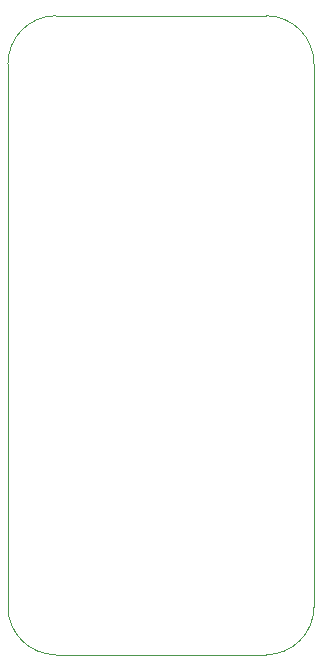
<source format=gbr>
G04 #@! TF.GenerationSoftware,KiCad,Pcbnew,(5.1.6)-1*
G04 #@! TF.CreationDate,2021-01-24T21:52:35-08:00*
G04 #@! TF.ProjectId,infrared_remote,696e6672-6172-4656-945f-72656d6f7465,rev?*
G04 #@! TF.SameCoordinates,Original*
G04 #@! TF.FileFunction,Profile,NP*
%FSLAX46Y46*%
G04 Gerber Fmt 4.6, Leading zero omitted, Abs format (unit mm)*
G04 Created by KiCad (PCBNEW (5.1.6)-1) date 2021-01-24 21:52:35*
%MOMM*%
%LPD*%
G01*
G04 APERTURE LIST*
G04 #@! TA.AperFunction,Profile*
%ADD10C,0.050000*%
G04 #@! TD*
G04 APERTURE END LIST*
D10*
X82804000Y-41656000D02*
X82804000Y-87630000D01*
X108712000Y-87630000D02*
X108712000Y-41656000D01*
X108712000Y-87630000D02*
G75*
G02*
X104648000Y-91694000I-4064000J0D01*
G01*
X86868000Y-91694000D02*
G75*
G02*
X82804000Y-87630000I0J4064000D01*
G01*
X104648000Y-91694000D02*
X86868000Y-91694000D01*
X82804000Y-41656000D02*
G75*
G02*
X86868000Y-37592000I4064000J0D01*
G01*
X104648000Y-37592000D02*
G75*
G02*
X108712000Y-41656000I0J-4064000D01*
G01*
X86868000Y-37592000D02*
X104648000Y-37592000D01*
M02*

</source>
